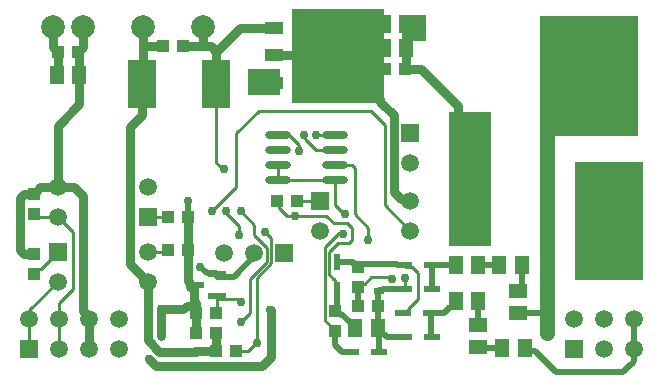
<source format=gbl>
G04*
G04 #@! TF.GenerationSoftware,Altium Limited,Altium Designer,24.5.2 (23)*
G04*
G04 Layer_Physical_Order=2*
G04 Layer_Color=16711680*
%FSLAX25Y25*%
%MOIN*%
G70*
G04*
G04 #@! TF.SameCoordinates,62667526-275E-49D5-B9E8-2F90AF9612E4*
G04*
G04*
G04 #@! TF.FilePolarity,Positive*
G04*
G01*
G75*
%ADD13C,0.01000*%
%ADD18O,0.08661X0.02362*%
%ADD19R,0.04331X0.03937*%
%ADD20R,0.03937X0.04331*%
%ADD28R,0.05906X0.05118*%
%ADD53C,0.03000*%
%ADD54C,0.02000*%
%ADD55C,0.05000*%
%ADD64R,0.05906X0.05906*%
%ADD65C,0.05906*%
%ADD66C,0.07874*%
%ADD67R,0.05906X0.05906*%
%ADD68C,0.03000*%
%ADD69C,0.05000*%
%ADD70R,0.05118X0.05906*%
%ADD71R,0.05709X0.02165*%
%ADD72R,0.02165X0.05709*%
%ADD73R,0.03268X0.02480*%
%ADD74R,0.05906X0.02362*%
%ADD75R,0.06102X0.13583*%
%ADD76R,0.06102X0.04331*%
%ADD77R,0.06102X0.04331*%
%ADD78R,0.09252X0.16142*%
%ADD79R,0.07000X0.08500*%
%ADD80R,0.10500X0.08500*%
%ADD81R,0.14000X0.44500*%
%ADD82R,0.22500X0.39500*%
%ADD83R,0.33000X0.40000*%
%ADD84R,0.31000X0.31500*%
D13*
X97500Y78000D02*
Y80000D01*
X94000Y83500D02*
X97500Y80000D01*
X90551Y83500D02*
X94000D01*
X99414Y82086D02*
X103000Y78500D01*
X99414Y82086D02*
Y83149D01*
X99032Y83532D02*
X99414Y83149D01*
X103000Y78500D02*
X109449D01*
X110617Y50617D02*
X111883D01*
X112000Y50500D01*
X112389Y57112D02*
X112611D01*
X109449Y60051D02*
X112389Y57112D01*
X128117Y35883D02*
X128500Y35500D01*
X127222Y35883D02*
X128117D01*
X132834Y32346D02*
Y35667D01*
X69803Y74156D02*
X71959Y72000D01*
X72500D01*
X83335Y14165D02*
Y35835D01*
X88260Y40760D01*
X83165Y14165D02*
X83335D01*
X80500Y11500D02*
X83165Y14165D01*
X76346Y11500D02*
X80500D01*
X86263Y51237D02*
X88260Y49240D01*
X86021Y51237D02*
X86263D01*
X88260Y40760D02*
Y49240D01*
X81000Y35500D02*
X86740Y41240D01*
X78000Y21000D02*
X81000Y24000D01*
X86740Y41240D02*
Y45756D01*
X81000Y24000D02*
Y35500D01*
X76702Y28760D02*
X77632Y27830D01*
X77993D01*
X69980Y28760D02*
X76702D01*
X69803Y74156D02*
Y100500D01*
X68500Y58000D02*
X76500Y66000D01*
Y84000D01*
X84000Y91500D01*
X72879Y57621D02*
X77500Y53000D01*
X72879Y57621D02*
Y57879D01*
X78000Y58000D02*
X82500Y53500D01*
Y49997D02*
Y53500D01*
X113500Y54000D02*
X115000Y52500D01*
Y48500D02*
Y52500D01*
X114000Y47500D02*
X115000Y48500D01*
X110500Y47500D02*
X114000D01*
X107500Y44500D02*
X110500Y47500D01*
X109000Y54000D02*
X113500D01*
X106000Y46000D02*
X110617Y50617D01*
X106500Y56500D02*
X109000Y54000D01*
X116000Y57000D02*
X120500Y52500D01*
X106000Y21654D02*
Y46000D01*
X120379Y48379D02*
X120500Y48500D01*
Y52500D01*
X107500Y37000D02*
Y44500D01*
X116000Y57000D02*
Y72500D01*
X132488Y32000D02*
X132834Y32346D01*
X127105Y36000D02*
X127222Y35883D01*
X121500Y36000D02*
X127105D01*
X106000Y21654D02*
X107835Y19819D01*
X109418Y32456D02*
Y35183D01*
X109023Y35578D02*
X109418Y35183D01*
X108922Y35578D02*
X109023D01*
X107500Y37000D02*
X108922Y35578D01*
X93500Y56500D02*
X96000D01*
X103000Y83500D02*
X109449D01*
X96000Y56500D02*
X106500D01*
X109449Y60051D02*
Y68500D01*
X82500Y49997D02*
X86740Y45756D01*
X109449Y73500D02*
X115000D01*
X116000Y72500D01*
X118270Y33923D02*
X119423D01*
X121500Y36000D01*
X117000Y32654D02*
X118270Y33923D01*
X133785Y25537D02*
X137000Y28752D01*
X135083Y39417D02*
X137000Y37500D01*
Y28752D02*
Y37500D01*
X132374Y40000D02*
X132957Y39417D01*
X135083D01*
X84000Y91500D02*
X121389D01*
X90923Y59077D02*
X93500Y56500D01*
X77500Y50000D02*
Y53000D01*
X90551Y68500D02*
X109449D01*
X90423Y61230D02*
X90923Y60730D01*
Y59077D02*
Y60730D01*
X108031Y19819D02*
X109500Y18350D01*
X107835Y19819D02*
X108031D01*
X109500Y18154D02*
Y18350D01*
X109418Y32456D02*
X110000Y31874D01*
X96846Y61500D02*
X104500D01*
X126000Y60000D02*
Y86889D01*
X121389Y91500D02*
X126000Y86889D01*
Y60000D02*
X134500Y51500D01*
X47000Y56000D02*
X53654D01*
X53154Y44500D02*
X53654Y45000D01*
X47000Y44500D02*
X53154D01*
X69846Y23000D02*
X69980Y23134D01*
Y22634D02*
Y28760D01*
X90551Y68500D02*
Y73500D01*
X133785Y24583D02*
Y25537D01*
X132248Y24000D02*
X133203D01*
X133785Y24583D01*
X17000Y56000D02*
X22000Y51000D01*
X17500Y27500D02*
X22000Y32000D01*
Y51000D01*
X9000Y57153D02*
X10153Y56000D01*
X17000D01*
X9000Y37154D02*
Y37350D01*
X11319Y38819D02*
X17000Y44500D01*
X10469Y38819D02*
X11319D01*
X9000Y37350D02*
X10469Y38819D01*
X17500Y12500D02*
Y27500D01*
X7500Y22500D02*
Y25000D01*
Y12500D02*
Y22500D01*
Y25000D02*
X17000Y34500D01*
D18*
X109449Y83500D02*
D03*
Y78500D02*
D03*
Y73500D02*
D03*
Y68500D02*
D03*
X90551Y83500D02*
D03*
Y78500D02*
D03*
Y73500D02*
D03*
Y68500D02*
D03*
D19*
X60347Y56000D02*
D03*
X53654D02*
D03*
X76346Y11500D02*
D03*
X69653D02*
D03*
X58846Y113000D02*
D03*
X52153D02*
D03*
X60347Y45000D02*
D03*
X53654D02*
D03*
X90153Y61500D02*
D03*
X96846D02*
D03*
X63153Y17500D02*
D03*
X69846D02*
D03*
X117154Y26500D02*
D03*
X123846D02*
D03*
X63153Y24000D02*
D03*
X69846D02*
D03*
X17154Y111000D02*
D03*
X23846D02*
D03*
X126154Y105500D02*
D03*
X132846D02*
D03*
D20*
X9000Y43846D02*
D03*
Y37154D02*
D03*
Y63846D02*
D03*
Y57153D02*
D03*
X109500Y24847D02*
D03*
Y18154D02*
D03*
X117000Y39347D02*
D03*
Y32654D02*
D03*
D28*
X157000Y20240D02*
D03*
Y12760D02*
D03*
X170500Y31500D02*
D03*
Y24020D02*
D03*
D53*
X69846Y11000D02*
Y16500D01*
X50819Y11181D02*
X63181D01*
X63500Y11500D01*
X69653D01*
X61047Y32819D02*
Y33953D01*
X63153Y24000D02*
Y27347D01*
Y17500D02*
Y24000D01*
X87899Y25263D02*
X88000Y25162D01*
Y9500D02*
Y25162D01*
X85000Y6500D02*
X88000Y9500D01*
X49843Y6500D02*
X85000D01*
X47422Y8922D02*
X49843Y6500D01*
X138000Y105500D02*
X150500Y93000D01*
Y87500D02*
Y93000D01*
X132846Y105500D02*
X138000D01*
X60347Y34653D02*
Y45000D01*
Y56000D01*
Y34653D02*
X61047Y33953D01*
X47000Y15000D02*
X50819Y11181D01*
X47000Y15000D02*
Y34500D01*
X51500Y16500D02*
Y25500D01*
X58903D01*
X59972Y26568D01*
X60222Y26318D01*
X41000Y86000D02*
X45197Y90197D01*
Y90303D02*
Y100500D01*
X132846Y105500D02*
X133240Y105894D01*
Y112500D01*
Y120500D01*
X41000Y40500D02*
X47000Y34500D01*
X41000Y40500D02*
Y86000D01*
X88327Y100945D02*
X89213D01*
X124500Y94500D02*
X129000Y90000D01*
Y64500D02*
Y90000D01*
Y64500D02*
X131529Y61971D01*
X124500Y94500D02*
Y95500D01*
X131529Y61971D02*
X134029D01*
X134500Y61500D01*
X60222Y26318D02*
X62126D01*
X63153Y27347D01*
X62500Y28000D02*
X63153Y27347D01*
X62500Y28000D02*
Y32500D01*
X89213Y110000D02*
X101000D01*
X101500Y109500D01*
X77661Y119055D02*
X89213D01*
X69803Y111197D02*
X77661Y119055D01*
X68000Y113000D02*
X69803Y111197D01*
Y100500D02*
Y111197D01*
X65500Y113000D02*
X68000D01*
X58846D02*
X65500D01*
Y119500D01*
X45500Y113000D02*
Y119500D01*
Y100803D02*
Y113000D01*
X52153D01*
X45197Y100500D02*
X45500Y100803D01*
X25500Y24934D02*
Y63000D01*
X22500Y66000D02*
X25500Y63000D01*
Y24934D02*
X27500Y22934D01*
Y12500D02*
Y22934D01*
X5654Y43846D02*
X9000D01*
X4500Y45000D02*
X5654Y43846D01*
X4500Y45000D02*
Y62500D01*
X5847Y63846D02*
X9000D01*
X4500Y62500D02*
X5847Y63846D01*
X9665Y64512D02*
X11153Y66000D01*
X9469Y64512D02*
X9665D01*
X9000Y64043D02*
X9469Y64512D01*
X11153Y66000D02*
X17000D01*
X9000Y63846D02*
Y64043D01*
X17000Y86500D02*
X24240Y93740D01*
Y103500D01*
X17000Y66000D02*
Y86500D01*
Y66000D02*
X22500D01*
X23846Y111000D02*
X24240Y110606D01*
Y103500D02*
Y110606D01*
X25500Y112654D02*
Y119500D01*
X23846Y111000D02*
X24043D01*
X24512Y111469D02*
Y111665D01*
X24043Y111000D02*
X24512Y111469D01*
Y111665D02*
X25500Y112654D01*
X16488Y111469D02*
X16957Y111000D01*
X16488Y111469D02*
Y111665D01*
X15500Y112654D02*
X16488Y111665D01*
X15500Y112654D02*
Y119500D01*
X16957Y111000D02*
X17154D01*
X16760Y103500D02*
X17154Y103894D01*
Y111000D01*
D54*
X69897Y37402D02*
X70240Y37059D01*
Y36240D02*
X75740D01*
X87899Y12399D02*
Y25263D01*
X173701Y11539D02*
X175961D01*
X183000Y4500D02*
X205500D01*
X175961Y11539D02*
X183000Y4500D01*
X172740Y12500D02*
X173701Y11539D01*
X209000Y12000D02*
Y22000D01*
Y7948D02*
Y12000D01*
X208312Y7260D02*
X209000Y7948D01*
X208260Y7260D02*
X208312D01*
X205500Y4500D02*
X208260Y7260D01*
X178168Y24020D02*
X180000Y22188D01*
X170500Y24020D02*
X178168D01*
X60500Y56154D02*
Y61500D01*
X60347Y56000D02*
X60500Y56154D01*
X64520Y39591D02*
X66709Y37402D01*
X69897D01*
X75740Y36240D02*
X82500Y43000D01*
Y44000D01*
X123740Y19000D02*
X123846Y19106D01*
Y26500D01*
X125322Y32000D02*
X132374D01*
X123846Y31370D02*
X124043Y31567D01*
X124000Y31610D02*
X124240Y31850D01*
X125173D01*
X125322Y32000D01*
X141626D02*
Y40000D01*
X117154Y26500D02*
Y32500D01*
X117000Y32654D02*
X117154Y32500D01*
X123846Y26500D02*
Y31370D01*
X130602Y40000D02*
X132374D01*
X130213Y40390D02*
X130602Y40000D01*
X124000Y40390D02*
X130213D01*
X116032Y40512D02*
X117000Y39543D01*
Y39421D02*
Y39543D01*
X110000Y41126D02*
X115295D01*
X115909Y40512D01*
X116032D01*
X117000Y39421D02*
X117968Y40390D01*
X124000D01*
X110000Y25346D02*
Y31874D01*
X109500Y24847D02*
X110000Y25346D01*
X114307Y20953D02*
X114701D01*
X116260Y19394D01*
X109500Y24650D02*
Y24847D01*
Y24650D02*
X110468Y23681D01*
X111579D01*
X114307Y20953D01*
X116260Y19000D02*
Y19394D01*
X109500Y13500D02*
X111917Y11083D01*
X114791D02*
X114874Y11000D01*
X111917Y11083D02*
X114791D01*
X109500Y13500D02*
Y18154D01*
X124126Y18221D02*
X125299Y17047D01*
X124126Y18221D02*
Y18614D01*
Y11000D02*
Y18221D01*
X123740Y19000D02*
X124126Y18614D01*
X126740Y16000D02*
X132374D01*
X125693Y17047D02*
X126740Y16000D01*
X125299Y17047D02*
X125693D01*
X141500Y16083D02*
Y24000D01*
Y16083D02*
X141583Y16000D01*
X141626D01*
X145760Y24000D02*
X147807Y26047D01*
X141500Y24000D02*
X145760D01*
X149760Y27606D02*
Y28000D01*
X148201Y26047D02*
X149760Y27606D01*
X147807Y26047D02*
X148201D01*
X157000Y20240D02*
Y27760D01*
X157240Y28000D01*
X157000Y12760D02*
X157260Y12500D01*
X165260D01*
X141626Y40000D02*
X149760D01*
X157240D02*
X164260D01*
X171740Y32740D02*
Y40000D01*
X170500Y31500D02*
X171740Y32740D01*
D55*
X180000Y17500D02*
Y23500D01*
Y24020D02*
Y100000D01*
D64*
X104500Y61500D02*
D03*
X7500Y12000D02*
D03*
X189000D02*
D03*
X47000Y56000D02*
D03*
X17000Y44500D02*
D03*
X92500Y44000D02*
D03*
D65*
X104500Y51500D02*
D03*
X134500Y61500D02*
D03*
Y51500D02*
D03*
X7500Y22000D02*
D03*
X17500Y12000D02*
D03*
Y22000D02*
D03*
X27500Y12000D02*
D03*
Y22000D02*
D03*
X37500Y12000D02*
D03*
Y22000D02*
D03*
X189000D02*
D03*
X199000Y12000D02*
D03*
Y22000D02*
D03*
X209000Y12000D02*
D03*
Y22000D02*
D03*
X17000Y66000D02*
D03*
Y56000D02*
D03*
X47000Y66000D02*
D03*
Y34500D02*
D03*
Y44500D02*
D03*
X17000Y34500D02*
D03*
X82500Y44000D02*
D03*
X72500D02*
D03*
X134500Y74000D02*
D03*
D66*
X15500Y119500D02*
D03*
X25500D02*
D03*
X45500D02*
D03*
X65500D02*
D03*
D67*
X134500Y84000D02*
D03*
D68*
X63500Y11500D02*
D03*
X99032Y83532D02*
D03*
X112000Y50500D02*
D03*
X112611Y57112D02*
D03*
X137798Y117492D02*
D03*
X137832Y121492D02*
D03*
X128500Y35500D02*
D03*
X132834Y35667D02*
D03*
X82500Y99354D02*
D03*
X60500Y61500D02*
D03*
X72500Y72000D02*
D03*
X97000Y96000D02*
D03*
X108000D02*
D03*
X64520Y39591D02*
D03*
X83335Y14165D02*
D03*
X51500Y16500D02*
D03*
Y25500D02*
D03*
X47422Y8922D02*
D03*
X87899Y25263D02*
D03*
X86021Y51237D02*
D03*
X77993Y27830D02*
D03*
X78000Y21000D02*
D03*
X73250Y58000D02*
D03*
X78000D02*
D03*
X68500D02*
D03*
X120379Y48379D02*
D03*
X96000Y56500D02*
D03*
X103000Y83500D02*
D03*
X82500Y103500D02*
D03*
X77500Y50000D02*
D03*
X97500Y78000D02*
D03*
D69*
X180000Y23500D02*
D03*
Y17500D02*
D03*
X158500Y50000D02*
D03*
X150500D02*
D03*
Y87500D02*
D03*
X158500D02*
D03*
X206000Y68500D02*
D03*
Y59500D02*
D03*
Y50500D02*
D03*
Y41500D02*
D03*
X197500D02*
D03*
Y50500D02*
D03*
Y59500D02*
D03*
Y68500D02*
D03*
X187500Y117000D02*
D03*
Y108000D02*
D03*
Y99000D02*
D03*
Y90000D02*
D03*
X196000Y117000D02*
D03*
Y108000D02*
D03*
Y99000D02*
D03*
Y90000D02*
D03*
X204500D02*
D03*
Y99000D02*
D03*
Y108000D02*
D03*
Y117000D02*
D03*
D70*
X116260Y19000D02*
D03*
X123740D02*
D03*
X149760Y28000D02*
D03*
X157240D02*
D03*
X165260Y12500D02*
D03*
X172740D02*
D03*
X149760Y40000D02*
D03*
X157240D02*
D03*
X164260D02*
D03*
X171740D02*
D03*
X16760Y103500D02*
D03*
X24240D02*
D03*
X125760Y112500D02*
D03*
X133240D02*
D03*
X125760Y120500D02*
D03*
X133240D02*
D03*
D71*
X124126Y11000D02*
D03*
X114874D02*
D03*
X141626Y16000D02*
D03*
X132374D02*
D03*
X141626Y32000D02*
D03*
X132374D02*
D03*
Y40000D02*
D03*
X141626D02*
D03*
X132248Y24000D02*
D03*
X141500D02*
D03*
D72*
X110000Y31874D02*
D03*
Y41126D02*
D03*
D73*
X124000Y31610D02*
D03*
Y40390D02*
D03*
D74*
X70240Y37240D02*
D03*
Y29760D02*
D03*
X62760Y33500D02*
D03*
D75*
X115787Y110000D02*
D03*
D76*
X89213Y119055D02*
D03*
Y110000D02*
D03*
D77*
Y100945D02*
D03*
D78*
X69803Y100500D02*
D03*
X45197D02*
D03*
D79*
X136500Y119250D02*
D03*
D80*
X85750Y101250D02*
D03*
D81*
X154500Y68750D02*
D03*
D82*
X200750Y54750D02*
D03*
D83*
X194000Y103000D02*
D03*
D84*
X110500Y109750D02*
D03*
M02*

</source>
